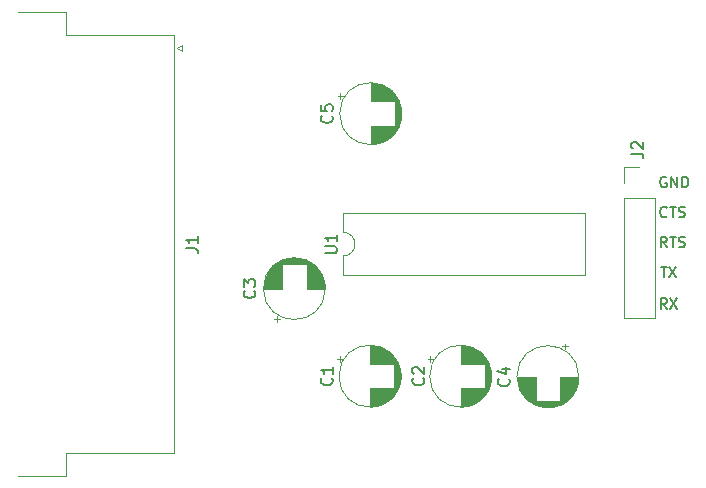
<source format=gbr>
%TF.GenerationSoftware,KiCad,Pcbnew,(6.0.2)*%
%TF.CreationDate,2022-02-18T17:48:51-06:00*%
%TF.ProjectId,RS232TTL_Adaper,52533233-3254-4544-9c5f-416461706572,rev?*%
%TF.SameCoordinates,Original*%
%TF.FileFunction,Legend,Top*%
%TF.FilePolarity,Positive*%
%FSLAX46Y46*%
G04 Gerber Fmt 4.6, Leading zero omitted, Abs format (unit mm)*
G04 Created by KiCad (PCBNEW (6.0.2)) date 2022-02-18 17:48:51*
%MOMM*%
%LPD*%
G01*
G04 APERTURE LIST*
%ADD10C,0.127000*%
%ADD11C,0.150000*%
%ADD12C,0.120000*%
G04 APERTURE END LIST*
D10*
X144312216Y-112035166D02*
X144015883Y-111611833D01*
X143804216Y-112035166D02*
X143804216Y-111146166D01*
X144142883Y-111146166D01*
X144227550Y-111188500D01*
X144269883Y-111230833D01*
X144312216Y-111315500D01*
X144312216Y-111442500D01*
X144269883Y-111527166D01*
X144227550Y-111569500D01*
X144142883Y-111611833D01*
X143804216Y-111611833D01*
X144608550Y-111146166D02*
X145201216Y-112035166D01*
X145201216Y-111146166D02*
X144608550Y-112035166D01*
X143804216Y-108479166D02*
X144312216Y-108479166D01*
X144058216Y-109368166D02*
X144058216Y-108479166D01*
X144523883Y-108479166D02*
X145116550Y-109368166D01*
X145116550Y-108479166D02*
X144523883Y-109368166D01*
X144312216Y-106828166D02*
X144015883Y-106404833D01*
X143804216Y-106828166D02*
X143804216Y-105939166D01*
X144142883Y-105939166D01*
X144227550Y-105981500D01*
X144269883Y-106023833D01*
X144312216Y-106108500D01*
X144312216Y-106235500D01*
X144269883Y-106320166D01*
X144227550Y-106362500D01*
X144142883Y-106404833D01*
X143804216Y-106404833D01*
X144566216Y-105939166D02*
X145074216Y-105939166D01*
X144820216Y-106828166D02*
X144820216Y-105939166D01*
X145328216Y-106785833D02*
X145455216Y-106828166D01*
X145666883Y-106828166D01*
X145751550Y-106785833D01*
X145793883Y-106743500D01*
X145836216Y-106658833D01*
X145836216Y-106574166D01*
X145793883Y-106489500D01*
X145751550Y-106447166D01*
X145666883Y-106404833D01*
X145497550Y-106362500D01*
X145412883Y-106320166D01*
X145370550Y-106277833D01*
X145328216Y-106193166D01*
X145328216Y-106108500D01*
X145370550Y-106023833D01*
X145412883Y-105981500D01*
X145497550Y-105939166D01*
X145709216Y-105939166D01*
X145836216Y-105981500D01*
X144312216Y-104203500D02*
X144269883Y-104245833D01*
X144142883Y-104288166D01*
X144058216Y-104288166D01*
X143931216Y-104245833D01*
X143846550Y-104161166D01*
X143804216Y-104076500D01*
X143761883Y-103907166D01*
X143761883Y-103780166D01*
X143804216Y-103610833D01*
X143846550Y-103526166D01*
X143931216Y-103441500D01*
X144058216Y-103399166D01*
X144142883Y-103399166D01*
X144269883Y-103441500D01*
X144312216Y-103483833D01*
X144566216Y-103399166D02*
X145074216Y-103399166D01*
X144820216Y-104288166D02*
X144820216Y-103399166D01*
X145328216Y-104245833D02*
X145455216Y-104288166D01*
X145666883Y-104288166D01*
X145751550Y-104245833D01*
X145793883Y-104203500D01*
X145836216Y-104118833D01*
X145836216Y-104034166D01*
X145793883Y-103949500D01*
X145751550Y-103907166D01*
X145666883Y-103864833D01*
X145497550Y-103822500D01*
X145412883Y-103780166D01*
X145370550Y-103737833D01*
X145328216Y-103653166D01*
X145328216Y-103568500D01*
X145370550Y-103483833D01*
X145412883Y-103441500D01*
X145497550Y-103399166D01*
X145709216Y-103399166D01*
X145836216Y-103441500D01*
X144269883Y-100901500D02*
X144185216Y-100859166D01*
X144058216Y-100859166D01*
X143931216Y-100901500D01*
X143846550Y-100986166D01*
X143804216Y-101070833D01*
X143761883Y-101240166D01*
X143761883Y-101367166D01*
X143804216Y-101536500D01*
X143846550Y-101621166D01*
X143931216Y-101705833D01*
X144058216Y-101748166D01*
X144142883Y-101748166D01*
X144269883Y-101705833D01*
X144312216Y-101663500D01*
X144312216Y-101367166D01*
X144142883Y-101367166D01*
X144693216Y-101748166D02*
X144693216Y-100859166D01*
X145201216Y-101748166D01*
X145201216Y-100859166D01*
X145624550Y-101748166D02*
X145624550Y-100859166D01*
X145836216Y-100859166D01*
X145963216Y-100901500D01*
X146047883Y-100986166D01*
X146090216Y-101070833D01*
X146132550Y-101240166D01*
X146132550Y-101367166D01*
X146090216Y-101536500D01*
X146047883Y-101621166D01*
X145963216Y-101705833D01*
X145836216Y-101748166D01*
X145624550Y-101748166D01*
D11*
%TO.C,U1*%
X115359380Y-107314904D02*
X116168904Y-107314904D01*
X116264142Y-107267285D01*
X116311761Y-107219666D01*
X116359380Y-107124428D01*
X116359380Y-106933952D01*
X116311761Y-106838714D01*
X116264142Y-106791095D01*
X116168904Y-106743476D01*
X115359380Y-106743476D01*
X116359380Y-105743476D02*
X116359380Y-106314904D01*
X116359380Y-106029190D02*
X115359380Y-106029190D01*
X115502238Y-106124428D01*
X115597476Y-106219666D01*
X115645095Y-106314904D01*
%TO.C,J2*%
X141311380Y-98885333D02*
X142025666Y-98885333D01*
X142168523Y-98932952D01*
X142263761Y-99028190D01*
X142311380Y-99171047D01*
X142311380Y-99266285D01*
X141406619Y-98456761D02*
X141359000Y-98409142D01*
X141311380Y-98313904D01*
X141311380Y-98075809D01*
X141359000Y-97980571D01*
X141406619Y-97932952D01*
X141501857Y-97885333D01*
X141597095Y-97885333D01*
X141739952Y-97932952D01*
X142311380Y-98504380D01*
X142311380Y-97885333D01*
%TO.C,J1*%
X103592380Y-106886333D02*
X104306666Y-106886333D01*
X104449523Y-106933952D01*
X104544761Y-107029190D01*
X104592380Y-107172047D01*
X104592380Y-107267285D01*
X104592380Y-105886333D02*
X104592380Y-106457761D01*
X104592380Y-106172047D02*
X103592380Y-106172047D01*
X103735238Y-106267285D01*
X103830476Y-106362523D01*
X103878095Y-106457761D01*
%TO.C,C5*%
X115927142Y-95670666D02*
X115974761Y-95718285D01*
X116022380Y-95861142D01*
X116022380Y-95956380D01*
X115974761Y-96099238D01*
X115879523Y-96194476D01*
X115784285Y-96242095D01*
X115593809Y-96289714D01*
X115450952Y-96289714D01*
X115260476Y-96242095D01*
X115165238Y-96194476D01*
X115070000Y-96099238D01*
X115022380Y-95956380D01*
X115022380Y-95861142D01*
X115070000Y-95718285D01*
X115117619Y-95670666D01*
X115022380Y-94765904D02*
X115022380Y-95242095D01*
X115498571Y-95289714D01*
X115450952Y-95242095D01*
X115403333Y-95146857D01*
X115403333Y-94908761D01*
X115450952Y-94813523D01*
X115498571Y-94765904D01*
X115593809Y-94718285D01*
X115831904Y-94718285D01*
X115927142Y-94765904D01*
X115974761Y-94813523D01*
X116022380Y-94908761D01*
X116022380Y-95146857D01*
X115974761Y-95242095D01*
X115927142Y-95289714D01*
%TO.C,C4*%
X130913142Y-117956554D02*
X130960761Y-118004173D01*
X131008380Y-118147030D01*
X131008380Y-118242268D01*
X130960761Y-118385126D01*
X130865523Y-118480364D01*
X130770285Y-118527983D01*
X130579809Y-118575602D01*
X130436952Y-118575602D01*
X130246476Y-118527983D01*
X130151238Y-118480364D01*
X130056000Y-118385126D01*
X130008380Y-118242268D01*
X130008380Y-118147030D01*
X130056000Y-118004173D01*
X130103619Y-117956554D01*
X130341714Y-117099411D02*
X131008380Y-117099411D01*
X129960761Y-117337507D02*
X130675047Y-117575602D01*
X130675047Y-116956554D01*
%TO.C,C3*%
X109383142Y-110484779D02*
X109430761Y-110532398D01*
X109478380Y-110675255D01*
X109478380Y-110770493D01*
X109430761Y-110913351D01*
X109335523Y-111008589D01*
X109240285Y-111056208D01*
X109049809Y-111103827D01*
X108906952Y-111103827D01*
X108716476Y-111056208D01*
X108621238Y-111008589D01*
X108526000Y-110913351D01*
X108478380Y-110770493D01*
X108478380Y-110675255D01*
X108526000Y-110532398D01*
X108573619Y-110484779D01*
X108478380Y-110151446D02*
X108478380Y-109532398D01*
X108859333Y-109865732D01*
X108859333Y-109722874D01*
X108906952Y-109627636D01*
X108954571Y-109580017D01*
X109049809Y-109532398D01*
X109287904Y-109532398D01*
X109383142Y-109580017D01*
X109430761Y-109627636D01*
X109478380Y-109722874D01*
X109478380Y-110008589D01*
X109430761Y-110103827D01*
X109383142Y-110151446D01*
%TO.C,C2*%
X123674142Y-117895666D02*
X123721761Y-117943285D01*
X123769380Y-118086142D01*
X123769380Y-118181380D01*
X123721761Y-118324238D01*
X123626523Y-118419476D01*
X123531285Y-118467095D01*
X123340809Y-118514714D01*
X123197952Y-118514714D01*
X123007476Y-118467095D01*
X122912238Y-118419476D01*
X122817000Y-118324238D01*
X122769380Y-118181380D01*
X122769380Y-118086142D01*
X122817000Y-117943285D01*
X122864619Y-117895666D01*
X122864619Y-117514714D02*
X122817000Y-117467095D01*
X122769380Y-117371857D01*
X122769380Y-117133761D01*
X122817000Y-117038523D01*
X122864619Y-116990904D01*
X122959857Y-116943285D01*
X123055095Y-116943285D01*
X123197952Y-116990904D01*
X123769380Y-117562333D01*
X123769380Y-116943285D01*
%TO.C,C1*%
X115927142Y-117895666D02*
X115974761Y-117943285D01*
X116022380Y-118086142D01*
X116022380Y-118181380D01*
X115974761Y-118324238D01*
X115879523Y-118419476D01*
X115784285Y-118467095D01*
X115593809Y-118514714D01*
X115450952Y-118514714D01*
X115260476Y-118467095D01*
X115165238Y-118419476D01*
X115070000Y-118324238D01*
X115022380Y-118181380D01*
X115022380Y-118086142D01*
X115070000Y-117943285D01*
X115117619Y-117895666D01*
X116022380Y-116943285D02*
X116022380Y-117514714D01*
X116022380Y-117229000D02*
X115022380Y-117229000D01*
X115165238Y-117324238D01*
X115260476Y-117419476D01*
X115308095Y-117514714D01*
D12*
%TO.C,U1*%
X116907000Y-103903000D02*
X116907000Y-105553000D01*
X116907000Y-109203000D02*
X137347000Y-109203000D01*
X137347000Y-103903000D02*
X116907000Y-103903000D01*
X137347000Y-109203000D02*
X137347000Y-103903000D01*
X116907000Y-107553000D02*
X116907000Y-109203000D01*
X116907000Y-107553000D02*
G75*
G03*
X116907000Y-105553000I0J1000000D01*
G01*
%TO.C,J2*%
X140656000Y-101351000D02*
X140656000Y-100021000D01*
X140656000Y-102621000D02*
X143316000Y-102621000D01*
X140656000Y-112841000D02*
X143316000Y-112841000D01*
X140656000Y-102621000D02*
X140656000Y-112841000D01*
X140656000Y-100021000D02*
X141986000Y-100021000D01*
X143316000Y-102621000D02*
X143316000Y-112841000D01*
%TO.C,J1*%
X93437331Y-124228000D02*
X93437331Y-126158000D01*
X93437331Y-86938000D02*
X93437331Y-88868000D01*
X102577331Y-88868000D02*
X102577331Y-124228000D01*
X93437331Y-126158000D02*
X89337331Y-126158000D01*
X89337331Y-86938000D02*
X93437331Y-86938000D01*
X103271669Y-89678000D02*
X103271669Y-90178000D01*
X93437331Y-88868000D02*
X102577331Y-88868000D01*
X103271669Y-90178000D02*
X102838656Y-89928000D01*
X102838656Y-89928000D02*
X103271669Y-89678000D01*
X102577331Y-124228000D02*
X93437331Y-124228000D01*
%TO.C,C5*%
X121238000Y-96544000D02*
X121238000Y-97157000D01*
X120558000Y-96544000D02*
X120558000Y-97728000D01*
X119437000Y-96544000D02*
X119437000Y-98077000D01*
X120478000Y-93236000D02*
X120478000Y-94464000D01*
X120358000Y-93175000D02*
X120358000Y-94464000D01*
X120398000Y-93194000D02*
X120398000Y-94464000D01*
X120918000Y-93533000D02*
X120918000Y-94464000D01*
X121198000Y-96544000D02*
X121198000Y-97203000D01*
X120878000Y-96544000D02*
X120878000Y-97508000D01*
X119397000Y-92928000D02*
X119397000Y-94464000D01*
X120798000Y-93439000D02*
X120798000Y-94464000D01*
X119277000Y-96544000D02*
X119277000Y-98084000D01*
X119958000Y-96544000D02*
X119958000Y-97984000D01*
X120118000Y-93076000D02*
X120118000Y-94464000D01*
X120158000Y-93090000D02*
X120158000Y-94464000D01*
X120998000Y-93603000D02*
X120998000Y-94464000D01*
X119837000Y-92993000D02*
X119837000Y-94464000D01*
X119477000Y-96544000D02*
X119477000Y-98073000D01*
X120078000Y-96544000D02*
X120078000Y-97946000D01*
X119797000Y-96544000D02*
X119797000Y-98024000D01*
X120518000Y-96544000D02*
X120518000Y-97751000D01*
X120638000Y-96544000D02*
X120638000Y-97679000D01*
X119357000Y-96544000D02*
X119357000Y-98082000D01*
X119757000Y-92976000D02*
X119757000Y-94464000D01*
X120678000Y-93355000D02*
X120678000Y-94464000D01*
X121078000Y-93678000D02*
X121078000Y-94464000D01*
X121238000Y-93851000D02*
X121238000Y-94464000D01*
X120278000Y-96544000D02*
X120278000Y-97869000D01*
X119237000Y-92924000D02*
X119237000Y-94464000D01*
X119557000Y-92943000D02*
X119557000Y-94464000D01*
X120278000Y-93139000D02*
X120278000Y-94464000D01*
X119717000Y-92968000D02*
X119717000Y-94464000D01*
X121718000Y-94699000D02*
X121718000Y-96309000D01*
X121518000Y-94253000D02*
X121518000Y-96755000D01*
X121358000Y-94004000D02*
X121358000Y-97004000D01*
X119597000Y-96544000D02*
X119597000Y-98060000D01*
X120318000Y-96544000D02*
X120318000Y-97852000D01*
X121758000Y-94827000D02*
X121758000Y-96181000D01*
X120798000Y-96544000D02*
X120798000Y-97569000D01*
X120758000Y-96544000D02*
X120758000Y-97599000D01*
X119998000Y-93036000D02*
X119998000Y-94464000D01*
X120238000Y-96544000D02*
X120238000Y-97886000D01*
X120118000Y-96544000D02*
X120118000Y-97932000D01*
X120318000Y-93156000D02*
X120318000Y-94464000D01*
X120478000Y-96544000D02*
X120478000Y-97772000D01*
X121118000Y-93719000D02*
X121118000Y-94464000D01*
X120758000Y-93409000D02*
X120758000Y-94464000D01*
X119557000Y-96544000D02*
X119557000Y-98065000D01*
X120158000Y-96544000D02*
X120158000Y-97918000D01*
X120198000Y-96544000D02*
X120198000Y-97902000D01*
X119397000Y-96544000D02*
X119397000Y-98080000D01*
X120238000Y-93122000D02*
X120238000Y-94464000D01*
X119917000Y-93013000D02*
X119917000Y-94464000D01*
X121638000Y-94493000D02*
X121638000Y-96515000D01*
X121318000Y-93950000D02*
X121318000Y-97058000D01*
X121678000Y-94589000D02*
X121678000Y-96419000D01*
X116432225Y-94029000D02*
X116932225Y-94029000D01*
X119237000Y-96544000D02*
X119237000Y-98084000D01*
X120038000Y-93049000D02*
X120038000Y-94464000D01*
X120718000Y-93382000D02*
X120718000Y-94464000D01*
X120438000Y-96544000D02*
X120438000Y-97794000D01*
X120598000Y-93304000D02*
X120598000Y-94464000D01*
X121038000Y-93640000D02*
X121038000Y-94464000D01*
X121158000Y-96544000D02*
X121158000Y-97247000D01*
X121598000Y-94406000D02*
X121598000Y-96602000D01*
X119357000Y-92926000D02*
X119357000Y-94464000D01*
X119517000Y-92939000D02*
X119517000Y-94464000D01*
X119317000Y-92925000D02*
X119317000Y-94464000D01*
X119437000Y-92931000D02*
X119437000Y-94464000D01*
X121038000Y-96544000D02*
X121038000Y-97368000D01*
X120358000Y-96544000D02*
X120358000Y-97833000D01*
X121798000Y-94986000D02*
X121798000Y-96022000D01*
X121838000Y-95220000D02*
X121838000Y-95788000D01*
X119837000Y-96544000D02*
X119837000Y-98015000D01*
X120958000Y-96544000D02*
X120958000Y-97441000D01*
X120398000Y-96544000D02*
X120398000Y-97814000D01*
X119637000Y-96544000D02*
X119637000Y-98054000D01*
X121478000Y-94185000D02*
X121478000Y-96823000D01*
X121438000Y-94121000D02*
X121438000Y-96887000D01*
X120198000Y-93106000D02*
X120198000Y-94464000D01*
X120518000Y-93257000D02*
X120518000Y-94464000D01*
X121558000Y-94326000D02*
X121558000Y-96682000D01*
X120598000Y-96544000D02*
X120598000Y-97704000D01*
X121158000Y-93761000D02*
X121158000Y-94464000D01*
X120838000Y-93469000D02*
X120838000Y-94464000D01*
X121278000Y-93899000D02*
X121278000Y-97109000D01*
X120718000Y-96544000D02*
X120718000Y-97626000D01*
X119998000Y-96544000D02*
X119998000Y-97972000D01*
X119757000Y-96544000D02*
X119757000Y-98032000D01*
X120078000Y-93062000D02*
X120078000Y-94464000D01*
X119597000Y-92948000D02*
X119597000Y-94464000D01*
X119677000Y-96544000D02*
X119677000Y-98047000D01*
X121398000Y-94061000D02*
X121398000Y-96947000D01*
X121078000Y-96544000D02*
X121078000Y-97330000D01*
X120038000Y-96544000D02*
X120038000Y-97959000D01*
X119517000Y-96544000D02*
X119517000Y-98069000D01*
X119317000Y-96544000D02*
X119317000Y-98083000D01*
X119917000Y-96544000D02*
X119917000Y-97995000D01*
X121118000Y-96544000D02*
X121118000Y-97289000D01*
X119958000Y-93024000D02*
X119958000Y-94464000D01*
X120878000Y-93500000D02*
X120878000Y-94464000D01*
X120678000Y-96544000D02*
X120678000Y-97653000D01*
X120638000Y-93329000D02*
X120638000Y-94464000D01*
X120438000Y-93214000D02*
X120438000Y-94464000D01*
X119477000Y-92935000D02*
X119477000Y-94464000D01*
X120958000Y-93567000D02*
X120958000Y-94464000D01*
X119677000Y-92961000D02*
X119677000Y-94464000D01*
X119877000Y-96544000D02*
X119877000Y-98005000D01*
X120558000Y-93280000D02*
X120558000Y-94464000D01*
X116682225Y-93779000D02*
X116682225Y-94279000D01*
X119637000Y-92954000D02*
X119637000Y-94464000D01*
X120918000Y-96544000D02*
X120918000Y-97475000D01*
X119717000Y-96544000D02*
X119717000Y-98040000D01*
X119797000Y-92984000D02*
X119797000Y-94464000D01*
X120838000Y-96544000D02*
X120838000Y-97539000D01*
X120998000Y-96544000D02*
X120998000Y-97405000D01*
X119277000Y-92924000D02*
X119277000Y-94464000D01*
X119877000Y-93003000D02*
X119877000Y-94464000D01*
X121198000Y-93805000D02*
X121198000Y-94464000D01*
X121857000Y-95504000D02*
G75*
G03*
X121857000Y-95504000I-2620000J0D01*
G01*
%TO.C,C4*%
X133199000Y-119774888D02*
X132586000Y-119774888D01*
X133199000Y-119094888D02*
X132015000Y-119094888D01*
X133199000Y-117973888D02*
X131666000Y-117973888D01*
X136507000Y-119014888D02*
X135279000Y-119014888D01*
X136568000Y-118894888D02*
X135279000Y-118894888D01*
X136549000Y-118934888D02*
X135279000Y-118934888D01*
X136210000Y-119454888D02*
X135279000Y-119454888D01*
X133199000Y-119734888D02*
X132540000Y-119734888D01*
X133199000Y-119414888D02*
X132235000Y-119414888D01*
X136815000Y-117933888D02*
X135279000Y-117933888D01*
X136304000Y-119334888D02*
X135279000Y-119334888D01*
X133199000Y-117813888D02*
X131659000Y-117813888D01*
X133199000Y-118494888D02*
X131759000Y-118494888D01*
X136667000Y-118654888D02*
X135279000Y-118654888D01*
X136653000Y-118694888D02*
X135279000Y-118694888D01*
X136140000Y-119534888D02*
X135279000Y-119534888D01*
X136750000Y-118373888D02*
X135279000Y-118373888D01*
X133199000Y-118013888D02*
X131670000Y-118013888D01*
X133199000Y-118614888D02*
X131797000Y-118614888D01*
X133199000Y-118333888D02*
X131719000Y-118333888D01*
X133199000Y-119054888D02*
X131992000Y-119054888D01*
X133199000Y-119174888D02*
X132064000Y-119174888D01*
X133199000Y-117893888D02*
X131661000Y-117893888D01*
X136767000Y-118293888D02*
X135279000Y-118293888D01*
X136388000Y-119214888D02*
X135279000Y-119214888D01*
X136065000Y-119614888D02*
X135279000Y-119614888D01*
X135892000Y-119774888D02*
X135279000Y-119774888D01*
X133199000Y-118814888D02*
X131874000Y-118814888D01*
X136819000Y-117773888D02*
X135279000Y-117773888D01*
X136800000Y-118093888D02*
X135279000Y-118093888D01*
X136604000Y-118814888D02*
X135279000Y-118814888D01*
X136775000Y-118253888D02*
X135279000Y-118253888D01*
X135044000Y-120254888D02*
X133434000Y-120254888D01*
X135490000Y-120054888D02*
X132988000Y-120054888D01*
X135739000Y-119894888D02*
X132739000Y-119894888D01*
X133199000Y-118133888D02*
X131683000Y-118133888D01*
X133199000Y-118854888D02*
X131891000Y-118854888D01*
X134916000Y-120294888D02*
X133562000Y-120294888D01*
X133199000Y-119334888D02*
X132174000Y-119334888D01*
X133199000Y-119294888D02*
X132144000Y-119294888D01*
X136707000Y-118534888D02*
X135279000Y-118534888D01*
X133199000Y-118774888D02*
X131857000Y-118774888D01*
X133199000Y-118654888D02*
X131811000Y-118654888D01*
X136587000Y-118854888D02*
X135279000Y-118854888D01*
X133199000Y-119014888D02*
X131971000Y-119014888D01*
X136024000Y-119654888D02*
X135279000Y-119654888D01*
X136334000Y-119294888D02*
X135279000Y-119294888D01*
X133199000Y-118093888D02*
X131678000Y-118093888D01*
X133199000Y-118694888D02*
X131825000Y-118694888D01*
X133199000Y-118734888D02*
X131841000Y-118734888D01*
X133199000Y-117933888D02*
X131663000Y-117933888D01*
X136621000Y-118774888D02*
X135279000Y-118774888D01*
X136730000Y-118453888D02*
X135279000Y-118453888D01*
X135250000Y-120174888D02*
X133228000Y-120174888D01*
X135793000Y-119854888D02*
X132685000Y-119854888D01*
X135154000Y-120214888D02*
X133324000Y-120214888D01*
X135714000Y-114969113D02*
X135714000Y-115469113D01*
X133199000Y-117773888D02*
X131659000Y-117773888D01*
X136694000Y-118574888D02*
X135279000Y-118574888D01*
X136361000Y-119254888D02*
X135279000Y-119254888D01*
X133199000Y-118974888D02*
X131949000Y-118974888D01*
X136439000Y-119134888D02*
X135279000Y-119134888D01*
X136103000Y-119574888D02*
X135279000Y-119574888D01*
X133199000Y-119694888D02*
X132496000Y-119694888D01*
X135337000Y-120134888D02*
X133141000Y-120134888D01*
X136817000Y-117893888D02*
X135279000Y-117893888D01*
X136804000Y-118053888D02*
X135279000Y-118053888D01*
X136818000Y-117853888D02*
X135279000Y-117853888D01*
X136812000Y-117973888D02*
X135279000Y-117973888D01*
X133199000Y-119574888D02*
X132375000Y-119574888D01*
X133199000Y-118894888D02*
X131910000Y-118894888D01*
X134757000Y-120334888D02*
X133721000Y-120334888D01*
X134523000Y-120374888D02*
X133955000Y-120374888D01*
X133199000Y-118373888D02*
X131728000Y-118373888D01*
X133199000Y-119494888D02*
X132302000Y-119494888D01*
X133199000Y-118934888D02*
X131929000Y-118934888D01*
X133199000Y-118173888D02*
X131689000Y-118173888D01*
X135558000Y-120014888D02*
X132920000Y-120014888D01*
X135622000Y-119974888D02*
X132856000Y-119974888D01*
X136637000Y-118734888D02*
X135279000Y-118734888D01*
X136486000Y-119054888D02*
X135279000Y-119054888D01*
X135417000Y-120094888D02*
X133061000Y-120094888D01*
X133199000Y-119134888D02*
X132039000Y-119134888D01*
X135982000Y-119694888D02*
X135279000Y-119694888D01*
X136274000Y-119374888D02*
X135279000Y-119374888D01*
X135844000Y-119814888D02*
X132634000Y-119814888D01*
X133199000Y-119254888D02*
X132117000Y-119254888D01*
X133199000Y-118534888D02*
X131771000Y-118534888D01*
X133199000Y-118293888D02*
X131711000Y-118293888D01*
X136681000Y-118614888D02*
X135279000Y-118614888D01*
X136795000Y-118133888D02*
X135279000Y-118133888D01*
X133199000Y-118213888D02*
X131696000Y-118213888D01*
X135682000Y-119934888D02*
X132796000Y-119934888D01*
X133199000Y-119614888D02*
X132413000Y-119614888D01*
X133199000Y-118574888D02*
X131784000Y-118574888D01*
X133199000Y-118053888D02*
X131674000Y-118053888D01*
X133199000Y-117853888D02*
X131660000Y-117853888D01*
X133199000Y-118453888D02*
X131748000Y-118453888D01*
X133199000Y-119654888D02*
X132454000Y-119654888D01*
X136719000Y-118494888D02*
X135279000Y-118494888D01*
X136243000Y-119414888D02*
X135279000Y-119414888D01*
X133199000Y-119214888D02*
X132090000Y-119214888D01*
X136414000Y-119174888D02*
X135279000Y-119174888D01*
X136529000Y-118974888D02*
X135279000Y-118974888D01*
X136808000Y-118013888D02*
X135279000Y-118013888D01*
X136176000Y-119494888D02*
X135279000Y-119494888D01*
X136782000Y-118213888D02*
X135279000Y-118213888D01*
X133199000Y-118413888D02*
X131738000Y-118413888D01*
X136463000Y-119094888D02*
X135279000Y-119094888D01*
X135964000Y-115219113D02*
X135464000Y-115219113D01*
X136789000Y-118173888D02*
X135279000Y-118173888D01*
X133199000Y-119454888D02*
X132268000Y-119454888D01*
X133199000Y-118253888D02*
X131703000Y-118253888D01*
X136759000Y-118333888D02*
X135279000Y-118333888D01*
X133199000Y-119374888D02*
X132204000Y-119374888D01*
X133199000Y-119534888D02*
X132338000Y-119534888D01*
X136819000Y-117813888D02*
X135279000Y-117813888D01*
X136740000Y-118413888D02*
X135279000Y-118413888D01*
X135938000Y-119734888D02*
X135279000Y-119734888D01*
X136859000Y-117773888D02*
G75*
G03*
X136859000Y-117773888I-2620000J0D01*
G01*
%TO.C,C3*%
X113816000Y-108317113D02*
X114429000Y-108317113D01*
X113816000Y-108997113D02*
X115000000Y-108997113D01*
X113816000Y-110118113D02*
X115349000Y-110118113D01*
X110508000Y-109077113D02*
X111736000Y-109077113D01*
X110447000Y-109197113D02*
X111736000Y-109197113D01*
X110466000Y-109157113D02*
X111736000Y-109157113D01*
X110805000Y-108637113D02*
X111736000Y-108637113D01*
X113816000Y-108357113D02*
X114475000Y-108357113D01*
X113816000Y-108677113D02*
X114780000Y-108677113D01*
X110200000Y-110158113D02*
X111736000Y-110158113D01*
X110711000Y-108757113D02*
X111736000Y-108757113D01*
X113816000Y-110278113D02*
X115356000Y-110278113D01*
X113816000Y-109597113D02*
X115256000Y-109597113D01*
X110348000Y-109437113D02*
X111736000Y-109437113D01*
X110362000Y-109397113D02*
X111736000Y-109397113D01*
X110875000Y-108557113D02*
X111736000Y-108557113D01*
X110265000Y-109718113D02*
X111736000Y-109718113D01*
X113816000Y-110078113D02*
X115345000Y-110078113D01*
X113816000Y-109477113D02*
X115218000Y-109477113D01*
X113816000Y-109758113D02*
X115296000Y-109758113D01*
X113816000Y-109037113D02*
X115023000Y-109037113D01*
X113816000Y-108917113D02*
X114951000Y-108917113D01*
X113816000Y-110198113D02*
X115354000Y-110198113D01*
X110248000Y-109798113D02*
X111736000Y-109798113D01*
X110627000Y-108877113D02*
X111736000Y-108877113D01*
X110950000Y-108477113D02*
X111736000Y-108477113D01*
X111123000Y-108317113D02*
X111736000Y-108317113D01*
X113816000Y-109277113D02*
X115141000Y-109277113D01*
X110196000Y-110318113D02*
X111736000Y-110318113D01*
X110215000Y-109998113D02*
X111736000Y-109998113D01*
X110411000Y-109277113D02*
X111736000Y-109277113D01*
X110240000Y-109838113D02*
X111736000Y-109838113D01*
X111971000Y-107837113D02*
X113581000Y-107837113D01*
X111525000Y-108037113D02*
X114027000Y-108037113D01*
X111276000Y-108197113D02*
X114276000Y-108197113D01*
X113816000Y-109958113D02*
X115332000Y-109958113D01*
X113816000Y-109237113D02*
X115124000Y-109237113D01*
X112099000Y-107797113D02*
X113453000Y-107797113D01*
X113816000Y-108757113D02*
X114841000Y-108757113D01*
X113816000Y-108797113D02*
X114871000Y-108797113D01*
X110308000Y-109557113D02*
X111736000Y-109557113D01*
X113816000Y-109317113D02*
X115158000Y-109317113D01*
X113816000Y-109437113D02*
X115204000Y-109437113D01*
X110428000Y-109237113D02*
X111736000Y-109237113D01*
X113816000Y-109077113D02*
X115044000Y-109077113D01*
X110991000Y-108437113D02*
X111736000Y-108437113D01*
X110681000Y-108797113D02*
X111736000Y-108797113D01*
X113816000Y-109998113D02*
X115337000Y-109998113D01*
X113816000Y-109397113D02*
X115190000Y-109397113D01*
X113816000Y-109357113D02*
X115174000Y-109357113D01*
X113816000Y-110158113D02*
X115352000Y-110158113D01*
X110394000Y-109317113D02*
X111736000Y-109317113D01*
X110285000Y-109638113D02*
X111736000Y-109638113D01*
X111765000Y-107917113D02*
X113787000Y-107917113D01*
X111222000Y-108237113D02*
X114330000Y-108237113D01*
X111861000Y-107877113D02*
X113691000Y-107877113D01*
X111301000Y-113122888D02*
X111301000Y-112622888D01*
X113816000Y-110318113D02*
X115356000Y-110318113D01*
X110321000Y-109517113D02*
X111736000Y-109517113D01*
X110654000Y-108837113D02*
X111736000Y-108837113D01*
X113816000Y-109117113D02*
X115066000Y-109117113D01*
X110576000Y-108957113D02*
X111736000Y-108957113D01*
X110912000Y-108517113D02*
X111736000Y-108517113D01*
X113816000Y-108397113D02*
X114519000Y-108397113D01*
X111678000Y-107957113D02*
X113874000Y-107957113D01*
X110198000Y-110198113D02*
X111736000Y-110198113D01*
X110211000Y-110038113D02*
X111736000Y-110038113D01*
X110197000Y-110238113D02*
X111736000Y-110238113D01*
X110203000Y-110118113D02*
X111736000Y-110118113D01*
X113816000Y-108517113D02*
X114640000Y-108517113D01*
X113816000Y-109197113D02*
X115105000Y-109197113D01*
X112258000Y-107757113D02*
X113294000Y-107757113D01*
X112492000Y-107717113D02*
X113060000Y-107717113D01*
X113816000Y-109718113D02*
X115287000Y-109718113D01*
X113816000Y-108597113D02*
X114713000Y-108597113D01*
X113816000Y-109157113D02*
X115086000Y-109157113D01*
X113816000Y-109918113D02*
X115326000Y-109918113D01*
X111457000Y-108077113D02*
X114095000Y-108077113D01*
X111393000Y-108117113D02*
X114159000Y-108117113D01*
X110378000Y-109357113D02*
X111736000Y-109357113D01*
X110529000Y-109037113D02*
X111736000Y-109037113D01*
X111598000Y-107997113D02*
X113954000Y-107997113D01*
X113816000Y-108957113D02*
X114976000Y-108957113D01*
X111033000Y-108397113D02*
X111736000Y-108397113D01*
X110741000Y-108717113D02*
X111736000Y-108717113D01*
X111171000Y-108277113D02*
X114381000Y-108277113D01*
X113816000Y-108837113D02*
X114898000Y-108837113D01*
X113816000Y-109557113D02*
X115244000Y-109557113D01*
X113816000Y-109798113D02*
X115304000Y-109798113D01*
X110334000Y-109477113D02*
X111736000Y-109477113D01*
X110220000Y-109958113D02*
X111736000Y-109958113D01*
X113816000Y-109878113D02*
X115319000Y-109878113D01*
X111333000Y-108157113D02*
X114219000Y-108157113D01*
X113816000Y-108477113D02*
X114602000Y-108477113D01*
X113816000Y-109517113D02*
X115231000Y-109517113D01*
X113816000Y-110038113D02*
X115341000Y-110038113D01*
X113816000Y-110238113D02*
X115355000Y-110238113D01*
X113816000Y-109638113D02*
X115267000Y-109638113D01*
X113816000Y-108437113D02*
X114561000Y-108437113D01*
X110296000Y-109597113D02*
X111736000Y-109597113D01*
X110772000Y-108677113D02*
X111736000Y-108677113D01*
X113816000Y-108877113D02*
X114925000Y-108877113D01*
X110601000Y-108917113D02*
X111736000Y-108917113D01*
X110486000Y-109117113D02*
X111736000Y-109117113D01*
X110207000Y-110078113D02*
X111736000Y-110078113D01*
X110839000Y-108597113D02*
X111736000Y-108597113D01*
X110233000Y-109878113D02*
X111736000Y-109878113D01*
X113816000Y-109678113D02*
X115277000Y-109678113D01*
X110552000Y-108997113D02*
X111736000Y-108997113D01*
X111051000Y-112872888D02*
X111551000Y-112872888D01*
X110226000Y-109918113D02*
X111736000Y-109918113D01*
X113816000Y-108637113D02*
X114747000Y-108637113D01*
X113816000Y-109838113D02*
X115312000Y-109838113D01*
X110256000Y-109758113D02*
X111736000Y-109758113D01*
X113816000Y-108717113D02*
X114811000Y-108717113D01*
X113816000Y-108557113D02*
X114677000Y-108557113D01*
X110196000Y-110278113D02*
X111736000Y-110278113D01*
X110275000Y-109678113D02*
X111736000Y-109678113D01*
X111077000Y-108357113D02*
X111736000Y-108357113D01*
X115396000Y-110318113D02*
G75*
G03*
X115396000Y-110318113I-2620000J0D01*
G01*
%TO.C,C2*%
X128858000Y-118769000D02*
X128858000Y-119382000D01*
X128178000Y-118769000D02*
X128178000Y-119953000D01*
X127057000Y-118769000D02*
X127057000Y-120302000D01*
X128098000Y-115461000D02*
X128098000Y-116689000D01*
X127978000Y-115400000D02*
X127978000Y-116689000D01*
X128018000Y-115419000D02*
X128018000Y-116689000D01*
X128538000Y-115758000D02*
X128538000Y-116689000D01*
X128818000Y-118769000D02*
X128818000Y-119428000D01*
X128498000Y-118769000D02*
X128498000Y-119733000D01*
X127017000Y-115153000D02*
X127017000Y-116689000D01*
X128418000Y-115664000D02*
X128418000Y-116689000D01*
X126897000Y-118769000D02*
X126897000Y-120309000D01*
X127578000Y-118769000D02*
X127578000Y-120209000D01*
X127738000Y-115301000D02*
X127738000Y-116689000D01*
X127778000Y-115315000D02*
X127778000Y-116689000D01*
X128618000Y-115828000D02*
X128618000Y-116689000D01*
X127457000Y-115218000D02*
X127457000Y-116689000D01*
X127097000Y-118769000D02*
X127097000Y-120298000D01*
X127698000Y-118769000D02*
X127698000Y-120171000D01*
X127417000Y-118769000D02*
X127417000Y-120249000D01*
X128138000Y-118769000D02*
X128138000Y-119976000D01*
X128258000Y-118769000D02*
X128258000Y-119904000D01*
X126977000Y-118769000D02*
X126977000Y-120307000D01*
X127377000Y-115201000D02*
X127377000Y-116689000D01*
X128298000Y-115580000D02*
X128298000Y-116689000D01*
X128698000Y-115903000D02*
X128698000Y-116689000D01*
X128858000Y-116076000D02*
X128858000Y-116689000D01*
X127898000Y-118769000D02*
X127898000Y-120094000D01*
X126857000Y-115149000D02*
X126857000Y-116689000D01*
X127177000Y-115168000D02*
X127177000Y-116689000D01*
X127898000Y-115364000D02*
X127898000Y-116689000D01*
X127337000Y-115193000D02*
X127337000Y-116689000D01*
X129338000Y-116924000D02*
X129338000Y-118534000D01*
X129138000Y-116478000D02*
X129138000Y-118980000D01*
X128978000Y-116229000D02*
X128978000Y-119229000D01*
X127217000Y-118769000D02*
X127217000Y-120285000D01*
X127938000Y-118769000D02*
X127938000Y-120077000D01*
X129378000Y-117052000D02*
X129378000Y-118406000D01*
X128418000Y-118769000D02*
X128418000Y-119794000D01*
X128378000Y-118769000D02*
X128378000Y-119824000D01*
X127618000Y-115261000D02*
X127618000Y-116689000D01*
X127858000Y-118769000D02*
X127858000Y-120111000D01*
X127738000Y-118769000D02*
X127738000Y-120157000D01*
X127938000Y-115381000D02*
X127938000Y-116689000D01*
X128098000Y-118769000D02*
X128098000Y-119997000D01*
X128738000Y-115944000D02*
X128738000Y-116689000D01*
X128378000Y-115634000D02*
X128378000Y-116689000D01*
X127177000Y-118769000D02*
X127177000Y-120290000D01*
X127778000Y-118769000D02*
X127778000Y-120143000D01*
X127818000Y-118769000D02*
X127818000Y-120127000D01*
X127017000Y-118769000D02*
X127017000Y-120305000D01*
X127858000Y-115347000D02*
X127858000Y-116689000D01*
X127537000Y-115238000D02*
X127537000Y-116689000D01*
X129258000Y-116718000D02*
X129258000Y-118740000D01*
X128938000Y-116175000D02*
X128938000Y-119283000D01*
X129298000Y-116814000D02*
X129298000Y-118644000D01*
X124052225Y-116254000D02*
X124552225Y-116254000D01*
X126857000Y-118769000D02*
X126857000Y-120309000D01*
X127658000Y-115274000D02*
X127658000Y-116689000D01*
X128338000Y-115607000D02*
X128338000Y-116689000D01*
X128058000Y-118769000D02*
X128058000Y-120019000D01*
X128218000Y-115529000D02*
X128218000Y-116689000D01*
X128658000Y-115865000D02*
X128658000Y-116689000D01*
X128778000Y-118769000D02*
X128778000Y-119472000D01*
X129218000Y-116631000D02*
X129218000Y-118827000D01*
X126977000Y-115151000D02*
X126977000Y-116689000D01*
X127137000Y-115164000D02*
X127137000Y-116689000D01*
X126937000Y-115150000D02*
X126937000Y-116689000D01*
X127057000Y-115156000D02*
X127057000Y-116689000D01*
X128658000Y-118769000D02*
X128658000Y-119593000D01*
X127978000Y-118769000D02*
X127978000Y-120058000D01*
X129418000Y-117211000D02*
X129418000Y-118247000D01*
X129458000Y-117445000D02*
X129458000Y-118013000D01*
X127457000Y-118769000D02*
X127457000Y-120240000D01*
X128578000Y-118769000D02*
X128578000Y-119666000D01*
X128018000Y-118769000D02*
X128018000Y-120039000D01*
X127257000Y-118769000D02*
X127257000Y-120279000D01*
X129098000Y-116410000D02*
X129098000Y-119048000D01*
X129058000Y-116346000D02*
X129058000Y-119112000D01*
X127818000Y-115331000D02*
X127818000Y-116689000D01*
X128138000Y-115482000D02*
X128138000Y-116689000D01*
X129178000Y-116551000D02*
X129178000Y-118907000D01*
X128218000Y-118769000D02*
X128218000Y-119929000D01*
X128778000Y-115986000D02*
X128778000Y-116689000D01*
X128458000Y-115694000D02*
X128458000Y-116689000D01*
X128898000Y-116124000D02*
X128898000Y-119334000D01*
X128338000Y-118769000D02*
X128338000Y-119851000D01*
X127618000Y-118769000D02*
X127618000Y-120197000D01*
X127377000Y-118769000D02*
X127377000Y-120257000D01*
X127698000Y-115287000D02*
X127698000Y-116689000D01*
X127217000Y-115173000D02*
X127217000Y-116689000D01*
X127297000Y-118769000D02*
X127297000Y-120272000D01*
X129018000Y-116286000D02*
X129018000Y-119172000D01*
X128698000Y-118769000D02*
X128698000Y-119555000D01*
X127658000Y-118769000D02*
X127658000Y-120184000D01*
X127137000Y-118769000D02*
X127137000Y-120294000D01*
X126937000Y-118769000D02*
X126937000Y-120308000D01*
X127537000Y-118769000D02*
X127537000Y-120220000D01*
X128738000Y-118769000D02*
X128738000Y-119514000D01*
X127578000Y-115249000D02*
X127578000Y-116689000D01*
X128498000Y-115725000D02*
X128498000Y-116689000D01*
X128298000Y-118769000D02*
X128298000Y-119878000D01*
X128258000Y-115554000D02*
X128258000Y-116689000D01*
X128058000Y-115439000D02*
X128058000Y-116689000D01*
X127097000Y-115160000D02*
X127097000Y-116689000D01*
X128578000Y-115792000D02*
X128578000Y-116689000D01*
X127297000Y-115186000D02*
X127297000Y-116689000D01*
X127497000Y-118769000D02*
X127497000Y-120230000D01*
X128178000Y-115505000D02*
X128178000Y-116689000D01*
X124302225Y-116004000D02*
X124302225Y-116504000D01*
X127257000Y-115179000D02*
X127257000Y-116689000D01*
X128538000Y-118769000D02*
X128538000Y-119700000D01*
X127337000Y-118769000D02*
X127337000Y-120265000D01*
X127417000Y-115209000D02*
X127417000Y-116689000D01*
X128458000Y-118769000D02*
X128458000Y-119764000D01*
X128618000Y-118769000D02*
X128618000Y-119630000D01*
X126897000Y-115149000D02*
X126897000Y-116689000D01*
X127497000Y-115228000D02*
X127497000Y-116689000D01*
X128818000Y-116030000D02*
X128818000Y-116689000D01*
X129477000Y-117729000D02*
G75*
G03*
X129477000Y-117729000I-2620000J0D01*
G01*
%TO.C,C1*%
X121790888Y-117729000D02*
G75*
G03*
X121790888Y-117729000I-2620000J0D01*
G01*
X121131888Y-116030000D02*
X121131888Y-116689000D01*
X119810888Y-115228000D02*
X119810888Y-116689000D01*
X119210888Y-115149000D02*
X119210888Y-116689000D01*
X120931888Y-118769000D02*
X120931888Y-119630000D01*
X120771888Y-118769000D02*
X120771888Y-119764000D01*
X119730888Y-115209000D02*
X119730888Y-116689000D01*
X119650888Y-118769000D02*
X119650888Y-120265000D01*
X120851888Y-118769000D02*
X120851888Y-119700000D01*
X119570888Y-115179000D02*
X119570888Y-116689000D01*
X116616113Y-116004000D02*
X116616113Y-116504000D01*
X120491888Y-115505000D02*
X120491888Y-116689000D01*
X119810888Y-118769000D02*
X119810888Y-120230000D01*
X119610888Y-115186000D02*
X119610888Y-116689000D01*
X120891888Y-115792000D02*
X120891888Y-116689000D01*
X119410888Y-115160000D02*
X119410888Y-116689000D01*
X120371888Y-115439000D02*
X120371888Y-116689000D01*
X120571888Y-115554000D02*
X120571888Y-116689000D01*
X120611888Y-118769000D02*
X120611888Y-119878000D01*
X120811888Y-115725000D02*
X120811888Y-116689000D01*
X119891888Y-115249000D02*
X119891888Y-116689000D01*
X121051888Y-118769000D02*
X121051888Y-119514000D01*
X119850888Y-118769000D02*
X119850888Y-120220000D01*
X119250888Y-118769000D02*
X119250888Y-120308000D01*
X119450888Y-118769000D02*
X119450888Y-120294000D01*
X119971888Y-118769000D02*
X119971888Y-120184000D01*
X121011888Y-118769000D02*
X121011888Y-119555000D01*
X121331888Y-116286000D02*
X121331888Y-119172000D01*
X119610888Y-118769000D02*
X119610888Y-120272000D01*
X119530888Y-115173000D02*
X119530888Y-116689000D01*
X120011888Y-115287000D02*
X120011888Y-116689000D01*
X119690888Y-118769000D02*
X119690888Y-120257000D01*
X119931888Y-118769000D02*
X119931888Y-120197000D01*
X120651888Y-118769000D02*
X120651888Y-119851000D01*
X121211888Y-116124000D02*
X121211888Y-119334000D01*
X120771888Y-115694000D02*
X120771888Y-116689000D01*
X121091888Y-115986000D02*
X121091888Y-116689000D01*
X120531888Y-118769000D02*
X120531888Y-119929000D01*
X121491888Y-116551000D02*
X121491888Y-118907000D01*
X120451888Y-115482000D02*
X120451888Y-116689000D01*
X120131888Y-115331000D02*
X120131888Y-116689000D01*
X121371888Y-116346000D02*
X121371888Y-119112000D01*
X121411888Y-116410000D02*
X121411888Y-119048000D01*
X119570888Y-118769000D02*
X119570888Y-120279000D01*
X120331888Y-118769000D02*
X120331888Y-120039000D01*
X120891888Y-118769000D02*
X120891888Y-119666000D01*
X119770888Y-118769000D02*
X119770888Y-120240000D01*
X121771888Y-117445000D02*
X121771888Y-118013000D01*
X121731888Y-117211000D02*
X121731888Y-118247000D01*
X120291888Y-118769000D02*
X120291888Y-120058000D01*
X120971888Y-118769000D02*
X120971888Y-119593000D01*
X119370888Y-115156000D02*
X119370888Y-116689000D01*
X119250888Y-115150000D02*
X119250888Y-116689000D01*
X119450888Y-115164000D02*
X119450888Y-116689000D01*
X119290888Y-115151000D02*
X119290888Y-116689000D01*
X121531888Y-116631000D02*
X121531888Y-118827000D01*
X121091888Y-118769000D02*
X121091888Y-119472000D01*
X120971888Y-115865000D02*
X120971888Y-116689000D01*
X120531888Y-115529000D02*
X120531888Y-116689000D01*
X120371888Y-118769000D02*
X120371888Y-120019000D01*
X120651888Y-115607000D02*
X120651888Y-116689000D01*
X119971888Y-115274000D02*
X119971888Y-116689000D01*
X119170888Y-118769000D02*
X119170888Y-120309000D01*
X116366113Y-116254000D02*
X116866113Y-116254000D01*
X121611888Y-116814000D02*
X121611888Y-118644000D01*
X121251888Y-116175000D02*
X121251888Y-119283000D01*
X121571888Y-116718000D02*
X121571888Y-118740000D01*
X119850888Y-115238000D02*
X119850888Y-116689000D01*
X120171888Y-115347000D02*
X120171888Y-116689000D01*
X119330888Y-118769000D02*
X119330888Y-120305000D01*
X120131888Y-118769000D02*
X120131888Y-120127000D01*
X120091888Y-118769000D02*
X120091888Y-120143000D01*
X119490888Y-118769000D02*
X119490888Y-120290000D01*
X120691888Y-115634000D02*
X120691888Y-116689000D01*
X121051888Y-115944000D02*
X121051888Y-116689000D01*
X120411888Y-118769000D02*
X120411888Y-119997000D01*
X120251888Y-115381000D02*
X120251888Y-116689000D01*
X120051888Y-118769000D02*
X120051888Y-120157000D01*
X120171888Y-118769000D02*
X120171888Y-120111000D01*
X119931888Y-115261000D02*
X119931888Y-116689000D01*
X120691888Y-118769000D02*
X120691888Y-119824000D01*
X120731888Y-118769000D02*
X120731888Y-119794000D01*
X121691888Y-117052000D02*
X121691888Y-118406000D01*
X120251888Y-118769000D02*
X120251888Y-120077000D01*
X119530888Y-118769000D02*
X119530888Y-120285000D01*
X121291888Y-116229000D02*
X121291888Y-119229000D01*
X121451888Y-116478000D02*
X121451888Y-118980000D01*
X121651888Y-116924000D02*
X121651888Y-118534000D01*
X119650888Y-115193000D02*
X119650888Y-116689000D01*
X120211888Y-115364000D02*
X120211888Y-116689000D01*
X119490888Y-115168000D02*
X119490888Y-116689000D01*
X119170888Y-115149000D02*
X119170888Y-116689000D01*
X120211888Y-118769000D02*
X120211888Y-120094000D01*
X121171888Y-116076000D02*
X121171888Y-116689000D01*
X121011888Y-115903000D02*
X121011888Y-116689000D01*
X120611888Y-115580000D02*
X120611888Y-116689000D01*
X119690888Y-115201000D02*
X119690888Y-116689000D01*
X119290888Y-118769000D02*
X119290888Y-120307000D01*
X120571888Y-118769000D02*
X120571888Y-119904000D01*
X120451888Y-118769000D02*
X120451888Y-119976000D01*
X119730888Y-118769000D02*
X119730888Y-120249000D01*
X120011888Y-118769000D02*
X120011888Y-120171000D01*
X119410888Y-118769000D02*
X119410888Y-120298000D01*
X119770888Y-115218000D02*
X119770888Y-116689000D01*
X120931888Y-115828000D02*
X120931888Y-116689000D01*
X120091888Y-115315000D02*
X120091888Y-116689000D01*
X120051888Y-115301000D02*
X120051888Y-116689000D01*
X119891888Y-118769000D02*
X119891888Y-120209000D01*
X119210888Y-118769000D02*
X119210888Y-120309000D01*
X120731888Y-115664000D02*
X120731888Y-116689000D01*
X119330888Y-115153000D02*
X119330888Y-116689000D01*
X120811888Y-118769000D02*
X120811888Y-119733000D01*
X121131888Y-118769000D02*
X121131888Y-119428000D01*
X120851888Y-115758000D02*
X120851888Y-116689000D01*
X120331888Y-115419000D02*
X120331888Y-116689000D01*
X120291888Y-115400000D02*
X120291888Y-116689000D01*
X120411888Y-115461000D02*
X120411888Y-116689000D01*
X119370888Y-118769000D02*
X119370888Y-120302000D01*
X120491888Y-118769000D02*
X120491888Y-119953000D01*
X121171888Y-118769000D02*
X121171888Y-119382000D01*
%TD*%
M02*

</source>
